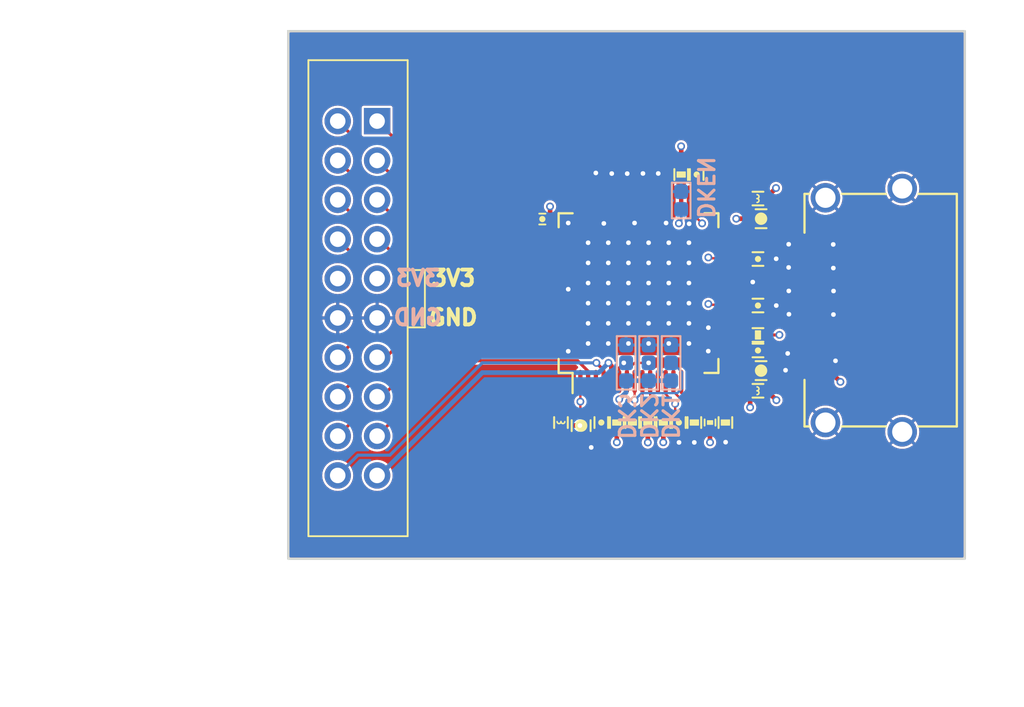
<source format=kicad_pcb>
(kicad_pcb (version 20221018) (generator pcbnew)
  (title_block (title "iCEBreaker PMOD - 12bit DVI") (rev "V1.1a") (company "1BitSquared") (comment 1 "(C) 2018-2021 Piotr Esden-Tempski <piotr@esden.net>") (comment 2 "(C) 2018-2021 1BitSquared <info@1bitsquared.com>") (comment 3 "License: CC-BY-SA V4.0"))
  (layers (0 "F.Cu" signal) (1 "In1.Cu" signal) (2 "In2.Cu" signal) (31 "B.Cu" signal) (34 "B.Paste" user) (35 "F.Paste" user) (36 "B.SilkS" user "B.Silkscreen") (37 "F.SilkS" user "F.Silkscreen") (38 "B.Mask" user) (39 "F.Mask" user) (44 "Edge.Cuts" user))
  (net 0 "")
  (net 1 "GND")
  (net 2 "+3V3")
  (net 3 "/DE")
  (net 4 "/VREF")
  (net 5 "/HS")
  (net 6 "/VS")
  (net 7 "/EDGE-HTPLG")
  (net 8 "/~{PD}")
  (net 9 "/ISEL-~{RST}")
  (net 10 "/DSEL-SDA")
  (net 11 "/BSEL-SCL")
  (net 12 "/CK-")
  (net 13 "/CK+")
  (net 14 "/TVDD")
  (net 15 "/D0-")
  (net 16 "/D0+")
  (net 17 "/D1-")
  (net 18 "/D1+")
  (net 19 "/D2-")
  (net 20 "/D2+")
  (net 21 "/DKEN")
  (net 22 "/CLK")
  (net 23 "/TFADJ")
  (net 25 "/B0")
  (net 26 "/B1")
  (net 27 "/B2")
  (net 28 "/B3")
  (net 29 "/G0")
  (net 30 "/G1")
  (net 31 "/G2")
  (net 32 "/G3")
  (net 33 "/R0")
  (net 34 "/R1")
  (net 35 "/R2")
  (net 36 "/R3")
  (net 37 "/VCC")
  (net 38 "/PVCC")
  (net 39 "/DK3")
  (net 40 "/DK2")
  (net 41 "/DK1")
  (footprint "pkl_housings_qfp:TQFP-64-1EP_10x10mm_P0.5mm_EP5x5mm" (layer "F.Cu") (at 53.849876 38.559735 90)
    (fp_text reference "U2")
    (fp_text value "SII164")
  )
  (footprint "pkl_dipol:R_0402" (layer "F.Cu") (at 54.449876 46.909735 90)
    (fp_text reference "R4")
    (fp_text value "10k")
  )
  (footprint "pkl_dipol:R_0402" (layer "F.Cu") (at 56.599876 30.909735 -90)
    (fp_text reference "R3")
    (fp_text value "10k")
  )
  (footprint "pkl_dipol:R_0402" (layer "F.Cu") (at 55.449876 46.909735 90)
    (fp_text reference "R2")
    (fp_text value "10k")
  )
  (footprint "pkl_dipol:R_0402" (layer "F.Cu") (at 59.449876 46.909735 -90)
    (fp_text reference "R1")
    (fp_text value "10k")
  )
  (footprint "pkl_dipol:R_0402" (layer "F.Cu") (at 52.449876 46.909735 90)
    (fp_text reference "R5")
    (fp_text value "33k")
  )
  (footprint "pkl_dipol:R_0402" (layer "F.Cu") (at 53.449876 46.909735 -90)
    (fp_text reference "R6")
    (fp_text value "DNP")
  )
  (footprint "pkl_dipol:R_0402" (layer "F.Cu") (at 57.449876 46.909735 -90)
    (fp_text reference "R7")
    (fp_text value "10k")
  )
  (footprint "pkl_dipol:R_0402" (layer "F.Cu") (at 61.549876 41.259735 180)
    (fp_text reference "R9")
    (fp_text value "510E")
  )
  (footprint "pkl_dipol:L_0402" (layer "F.Cu") (at 61.549876 44.859735 180)
    (fp_text reference "L2")
    (fp_text value "600")
  )
  (footprint "pkl_dipol:L_0402" (layer "F.Cu") (at 48.849876 46.909735 90)
    (fp_text reference "L1")
    (fp_text value "600")
  )
  (footprint "pkl_dipol:L_0402" (layer "F.Cu") (at 61.549876 32.459735 180)
    (fp_text reference "L3")
    (fp_text value "600")
  )
  (footprint "pkl_dipol:C_0603" (layer "F.Cu") (at 61.749876 43.559735)
    (fp_text reference "C15")
    (fp_text value "10u")
  )
  (footprint "pkl_dipol:C_0603" (layer "F.Cu") (at 61.749876 33.759735)
    (fp_text reference "C16")
    (fp_text value "10u")
  )
  (footprint "pkl_dipol:C_0603" (layer "F.Cu") (at 50.149876 47.109735 -90)
    (fp_text reference "C14")
    (fp_text value "10u")
  )
  (footprint "pkl_dipol:C_0402" (layer "F.Cu") (at 56.449876 46.909735 -90)
    (fp_text reference "C5")
    (fp_text value "100n")
  )
  (footprint "pkl_dipol:C_0402" (layer "F.Cu") (at 61.549876 36.359735)
    (fp_text reference "C10")
    (fp_text value "100n")
  )
  (footprint "pkl_dipol:C_0402" (layer "F.Cu") (at 61.549876 42.259735)
    (fp_text reference "C9")
    (fp_text value "100n")
  )
  (footprint "pkl_dipol:C_0402" (layer "F.Cu") (at 51.449876 46.909735 -90)
    (fp_text reference "C8")
    (fp_text value "100n")
  )
  (footprint "pkl_dipol:C_0402" (layer "F.Cu") (at 61.549876 39.359735)
    (fp_text reference "C7")
    (fp_text value "100n")
  )
  (footprint "pkl_dipol:C_0402" (layer "F.Cu") (at 57.599876 30.909735 90)
    (fp_text reference "C6")
    (fp_text value "100n")
  )
  (footprint "pkl_connectors:HDMI-10029449-111RLF" (layer "F.Cu") (at 65.849876 39.659735 90)
    (fp_text reference "J6")
    (fp_text value "HDMI_A_1.4" hide)
  )
  (footprint "custom:PinSocket_2.54mm_Nose" (layer "F.Cu") (at 35.747 38.862)
    (fp_text reference "J1" hide)
    (fp_text value "Conn_02x10_Odd_Even" hide)
  )
  (footprint "pkl_dipol:R_0402" (layer "F.Cu") (at 58.460064 46.90829 90)
    (fp_text reference "R10")
    (fp_text value "10k")
  )
  (footprint "pkl_dipol:C_0402" (layer "F.Cu") (at 47.649256 33.782 180)
    (fp_text reference "C11")
    (fp_text value "100n")
  )
  (footprint "pkl_jumpers:J_0903" (layer "B.Cu") (at 53.049876 43.059735 90)
    (fp_text reference "J7")
    (fp_text value "sj")
  )
  (footprint "pkl_jumpers:J_0903" (layer "B.Cu") (at 54.499876 43.059735 90)
    (fp_text reference "J8")
    (fp_text value "sj")
  )
  (footprint "pkl_jumpers:J_0903" (layer "B.Cu") (at 55.949876 43.059735 90)
    (fp_text reference "J9")
    (fp_text value "sj")
  )
  (footprint "pkl_jumpers:J_0603" (layer "B.Cu") (at 56.599876 32.584735 90)
    (fp_text reference "J10")
    (fp_text value "sj")
  )
  (gr_rect (start 31.27 21.658) (end 74.886729 55.694) (stroke (width 0.15)) (fill none) (layer "Edge.Cuts"))
  (gr_text "GND" (at 39.624 40.132) (layer "B.SilkS") (effects (font (size 1 1) (thickness 0.25)) (justify mirror)))
  (gr_text "3V3" (at 39.624 37.592) (layer "B.SilkS") (effects (font (size 1 1) (thickness 0.25)) (justify mirror)))
  (gr_text "DKEN" (at 58.166 31.75 270) (layer "B.SilkS") (effects (font (size 1 1) (thickness 0.2)) (justify mirror)))
  (gr_text "DK1" (at 55.88 46.482 270) (layer "B.SilkS") (effects (font (size 1 1) (thickness 0.2)) (justify mirror)))
  (gr_text "DK2" (at 54.498432 46.482 270) (layer "B.SilkS") (effects (font (size 1 1) (thickness 0.2)) (justify mirror)))
  (gr_text "DK3" (at 53.063643 46.498304 270) (layer "B.SilkS") (effects (font (size 1 1) (thickness 0.2)) (justify mirror)))
  (gr_text "GND" (at 41.91 40.132) (layer "F.SilkS") (effects (font (size 1 1) (thickness 0.25))))
  (gr_text "3V3" (at 41.91 37.592) (layer "F.SilkS") (effects (font (size 1 1) (thickness 0.25))))
  (segment (start 64.899876 38.409735) (end 63.545813 38.409735) (width 0.3) (layer "F.Cu") (net 1))
  (segment (start 62.727735 39.359735) (end 62.729784 39.361784) (width 0.2) (layer "F.Cu") (net 1))
  (segment (start 62.049876 39.359735) (end 62.727735 39.359735) (width 0.2) (layer "F.Cu") (net 1))
  (segment (start 58.372186 40.809735) (end 58.351518 40.789067) (width 0.3) (layer "F.Cu") (net 1))
  (segment (start 53.099876 30.871401) (end 53.120759 30.850518) (width 0.3) (layer "F.Cu") (net 1))
  (segment (start 66.374937 36.909735) (end 66.408827 36.943625) (width 0.3) (layer "F.Cu") (net 1))
  (segment (start 64.899876 36.909735) (end 66.374937 36.909735) (width 0.3) (layer "F.Cu") (net 1))
  (segment (start 51.099876 30.810119) (end 51.099876 32.859735) (width 0.3) (layer "F.Cu") (net 1))
  (segment (start 64.899876 35.409735) (end 63.533044 35.409735) (width 0.3) (layer "F.Cu") (net 1))
  (segment (start 49.3175 38.309735) (end 48.149876 38.309735) (width 0.3) (layer "F.Cu") (net 1))
  (segment (start 64.899876 39.909735) (end 63.5594 39.909735) (width 0.3) (layer "F.Cu") (net 1))
  (segment (start 66.383045 39.909735) (end 66.415206 39.941896) (width 0.3) (layer "F.Cu") (net 1))
  (segment (start 64.899876 42.909735) (end 66.531735 42.909735) (width 0.3) (layer "F.Cu") (net 1))
  (segment (start 56.449876 48.1817) (end 56.460066 48.19189) (width 0.3) (layer "F.Cu") (net 1))
  (segment (start 49.3175 34.036) (end 49.3175 33.642111) (width 0.3) (layer "F.Cu") (net 1))
  (segment (start 51.599876 32.859735) (end 51.599876 34.050184) (width 0.3) (layer "F.Cu") (net 1))
  (segment (start 64.899876 36.909735) (end 63.533908 36.909735) (width 0.3) (layer "F.Cu") (net 1))
  (segment (start 59.449876 47.409735) (end 59.449876 48.161097) (width 0.3) (layer "F.Cu") (net 1))
  (segment (start 66.393211 35.409735) (end 66.402448 35.418972) (width 0.3) (layer "F.Cu") (net 1))
  (segment (start 63.46647 42.45153) (end 63.924675 42.909735) (width 0.3) (layer "F.Cu") (net 1))
  (segment (start 49.3175 33.642111) (end 50.099876 32.859735) (width 0.3) (layer "F.Cu") (net 1))
  (segment (start 56.099876 33.562124) (end 55.626 34.036) (width 0.3) (layer "F.Cu") (net 1))
  (segment (start 61.177735 37.809735) (end 61.214 37.846) (width 0.3) (layer "F.Cu") (net 1))
  (segment (start 64.899876 38.409735) (end 66.407698 38.409735) (width 0.3) (layer "F.Cu") (net 1))
  (segment (start 55.099876 32.859735) (end 55.099876 30.861743) (width 0.3) (layer "F.Cu") (net 1))
  (segment (start 56.099876 32.859735) (end 56.099876 33.562124) (width 0.3) (layer "F.Cu") (net 1))
  (segment (start 59.549876 40.809735) (end 58.372186 40.809735) (width 0.3) (layer "F.Cu") (net 1))
  (segment (start 63.302074 43.559735) (end 62.499876 43.559735) (width 0.3) (layer "F.Cu") (net 1))
  (segment (start 59.549876 37.809735) (end 61.177735 37.809735) (width 0.3) (layer "F.Cu") (net 1))
  (segment (start 63.545813 38.409735) (end 63.537103 38.418445) (width 0.3) (layer "F.Cu") (net 1))
  (segment (start 64.899876 35.409735) (end 66.393211 35.409735) (width 0.3) (layer "F.Cu") (net 1))
  (segment (start 53.099876 32.859735) (end 53.099876 30.871401) (width 0.3) (layer "F.Cu") (net 1))
  (segment (start 66.531735 42.909735) (end 66.548 42.926) (width 0.3) (layer "F.Cu") (net 1))
  (segment (start 54.099876 32.859735) (end 54.099876 30.876141) (width 0.3) (layer "F.Cu") (net 1))
  (segment (start 52.099876 30.869332) (end 52.123052 30.846156) (width 0.3) (layer "F.Cu") (net 1))
  (segment (start 50.149876 47.863876) (end 50.8 48.514) (width 0.3) (layer "F.Cu") (net 1))
  (segment (start 57.099876 32.859735) (end 57.099876 34.070934) (width 0.3) (layer "F.Cu") (net 1))
  (segment (start 58.353912 42.309735) (end 58.345139 42.300962) (width 0.3) (layer "F.Cu") (net 1))
  (segment (start 51.599876 34.050184) (end 51.613553 34.063861) (width 0.3) (layer "F.Cu") (net 1))
  (segment (start 55.099876 30.861743) (end 55.12067 30.840949) (width 0.3) (layer "F.Cu") (net 1))
  (segment (start 57.099876 34.070934) (end 57.114313 34.085371) (width 0.3) (layer "F.Cu") (net 1))
  (segment (start 66.407698 38.409735) (end 66.421586 38.423623) (width 0.3) (layer "F.Cu") (net 1))
  (segment (start 63.924675 42.909735) (end 64.899876 42.909735) (width 0.3) (layer "F.Cu") (net 1))
  (segment (start 51.097473 30.807716) (end 51.099876 30.810119) (width 0.3) (layer "F.Cu") (net 1))
  (segment (start 56.449876 47.409735) (end 56.449876 48.1817) (width 0.3) (layer "F.Cu") (net 1))
  (segment (start 50.149876 47.859735) (end 50.149876 47.863876) (width 0.3) (layer "F.Cu") (net 1))
  (segment (start 62.70964 36.359735) (end 62.724855 36.34452) (width 0.3) (layer "F.Cu") (net 1))
  (segment (start 53.599876 34.030124) (end 53.594 34.036) (width 0.3) (layer "F.Cu") (net 1))
  (segment (start 64.899876 39.909735) (end 66.383045 39.909735) (width 0.3) (layer "F.Cu") (net 1))
  (segment (start 63.533044 35.409735) (end 63.530724 35.407415) (width 0.3) (layer "F.Cu") (net 1))
  (segment (start 57.449876 47.409735) (end 57.449876 48.187671) (width 0.3) (layer "F.Cu") (net 1))
  (segment (start 52.099876 32.859735) (end 52.099876 30.869332) (width 0.3) (layer "F.Cu") (net 1))
  (segment (start 54.099876 30.876141) (end 54.135068 30.840949) (width 0.3) (layer "F.Cu") (net 1))
  (segment (start 63.5594 39.909735) (end 63.54648 39.922655) (width 0.3) (layer "F.Cu") (net 1))
  (segment (start 63.533908 36.909735) (end 63.527415 36.903242) (width 0.3) (layer "F.Cu") (net 1))
  (segment (start 49.3175 42.309735) (end 48.149876 42.309735) (width 0.3) (layer "F.Cu") (net 1))
  (segment (start 62.049876 36.359735) (end 62.70964 36.359735) (width 0.3) (layer "F.Cu") (net 1))
  (segment (start 63.327758 43.534051) (end 63.302074 43.559735) (width 0.3) (layer "F.Cu") (net 1))
  (segment (start 59.449876 48.161097) (end 59.464588 48.175809) (width 0.3) (layer "F.Cu") (net 1))
  (segment (start 59.549876 42.309735) (end 58.353912 42.309735) (width 0.3) (layer "F.Cu") (net 1))
  (segment (start 57.449876 48.187671) (end 57.445657 48.19189) (width 0.3) (layer "F.Cu") (net 1))
  (segment (start 53.599876 32.859735) (end 53.599876 34.030124) (width 0.3) (layer "F.Cu") (net 1))
  (via (at 55.626 34.036) (size 0.5) (drill 0.3) (layers "F.Cu" "B.Cu") (net 1))
  (via (at 66.402448 35.418972) (size 0.5) (drill 0.3) (layers "F.Cu" "B.Cu") (net 1))
  (via (at 49.3175 34.036) (size 0.5) (drill 0.3) (layers "F.Cu" "B.Cu") (net 1))
  (via (at 58.351518 40.789067) (size 0.5) (drill 0.3) (layers "F.Cu" "B.Cu") (net 1))
  (via (at 66.421586 38.423623) (size 0.5) (drill 0.3) (layers "F.Cu" "B.Cu") (net 1))
  (via (at 50.8 48.514) (size 0.5) (drill 0.3) (layers "F.Cu" "B.Cu") (net 1))
  (via (at 62.729784 39.361784) (size 0.5) (drill 0.3) (layers "F.Cu" "B.Cu") (net 1))
  (via (at 61.214 37.846) (size 0.5) (drill 0.3) (layers "F.Cu" "B.Cu") (net 1))
  (via (at 56.460066 48.19189) (size 0.5) (drill 0.3) (layers "F.Cu" "B.Cu") (net 1))
  (via (at 53.594 34.036) (size 0.5) (drill 0.3) (layers "F.Cu" "B.Cu") (net 1))
  (via (at 49.3175 42.309735) (size 0.5) (drill 0.3) (layers "F.Cu" "B.Cu") (net 1))
  (via (at 66.548 42.926) (size 0.5) (drill 0.3) (layers "F.Cu" "B.Cu") (net 1))
  (via (at 63.46647 42.45153) (size 0.5) (drill 0.3) (layers "F.Cu" "B.Cu") (net 1))
  (via (at 55.12067 30.840949) (size 0.5) (drill 0.3) (layers "F.Cu" "B.Cu") (net 1))
  (via (at 51.097473 30.807716) (size 0.5) (drill 0.3) (layers "F.Cu" "B.Cu") (net 1))
  (via (at 58.345139 42.300962) (size 0.5) (drill 0.3) (layers "F.Cu" "B.Cu") (net 1))
  (via (at 59.464588 48.175809) (size 0.5) (drill 0.3) (layers "F.Cu" "B.Cu") (net 1))
  (via (at 63.527415 36.903242) (size 0.5) (drill 0.3) (layers "F.Cu" "B.Cu") (net 1))
  (via (at 63.530724 35.407415) (size 0.5) (drill 0.3) (layers "F.Cu" "B.Cu") (net 1))
  (via (at 66.408827 36.943625) (size 0.5) (drill 0.3) (layers "F.Cu" "B.Cu") (net 1))
  (via (at 57.114313 34.085371) (size 0.5) (drill 0.3) (layers "F.Cu" "B.Cu") (net 1))
  (via (at 52.123052 30.846156) (size 0.5) (drill 0.3) (layers "F.Cu" "B.Cu") (net 1))
  (via (at 54.135068 30.840949) (size 0.5) (drill 0.3) (layers "F.Cu" "B.Cu") (net 1))
  (via (at 62.724855 36.34452) (size 0.5) (drill 0.3) (layers "F.Cu" "B.Cu") (net 1))
  (via (at 57.445657 48.19189) (size 0.5) (drill 0.3) (layers "F.Cu" "B.Cu") (net 1))
  (via (at 63.327758 43.534051) (size 0.5) (drill 0.3) (layers "F.Cu" "B.Cu") (net 1))
  (via (at 49.3175 38.309735) (size 0.5) (drill 0.3) (layers "F.Cu" "B.Cu") (net 1))
  (via (at 63.54648 39.922655) (size 0.5) (drill 0.3) (layers "F.Cu" "B.Cu") (net 1))
  (via (at 66.415206 39.941896) (size 0.5) (drill 0.3) (layers "F.Cu" "B.Cu") (net 1))
  (via (at 53.120759 30.850518) (size 0.5) (drill 0.3) (layers "F.Cu" "B.Cu") (net 1))
  (via (at 63.537103 38.418445) (size 0.5) (drill 0.3) (layers "F.Cu" "B.Cu") (net 1))
  (via (at 51.613553 34.063861) (size 0.5) (drill 0.3) (layers "F.Cu" "B.Cu") (net 1))
  (segment (start 58.460475 48.187883) (end 58.454415 48.181823) (width 0.3) (layer "F.Cu") (net 2))
  (segment (start 52.449876 47.409735) (end 52.449876 48.184961) (width 0.3) (layer "F.Cu") (net 2))
  (segment (start 49.158435 47.101176) (end 50.069181 47.101176) (width 0.3) (layer "F.Cu") (net 2))
  (segment (start 62.131735 44.859735) (end 62.049876 44.859735) (width 0.3) (layer "F.Cu") (net 2))
  (segment (start 64.899876 43.409735) (end 65.990736 43.409735) (width 0.3) (layer "F.Cu") (net 2))
  (segment (start 54.449876 47.409735) (end 54.449876 48.196345) (width 0.3) (layer "F.Cu") (net 2))
  (segment (start 58.454415 48.181823) (end 58.454415 47.456761) (width 0.3) (layer "F.Cu") (net 2))
  (segment (start 55.449876 47.409735) (end 55.449876 48.181743) (width 0.3) (layer "F.Cu") (net 2))
  (segment (start 62.049876 32.459735) (end 62.049876 32.444117) (width 0.3) (layer "F.Cu") (net 2))
  (segment (start 55.449876 48.181743) (end 55.444612 48.187007) (width 0.3) (layer "F.Cu") (net 2))
  (segment (start 52.449876 48.184961) (end 52.451922 48.187007) (width 0.3) (layer "F.Cu") (net 2))
  (segment (start 62.049876 32.444117) (end 62.712616 31.781377) (width 0.3) (layer "F.Cu") (net 2))
  (segment (start 65.990736 43.409735) (end 66.8647 44.283699) (width 0.3) (layer "F.Cu") (net 2))
  (segment (start 62.049876 41.259735) (end 62.926092 41.259735) (width 0.2) (layer "F.Cu") (net 2))
  (segment (start 48.849876 47.409735) (end 49.158435 47.101176) (width 0.3) (layer "F.Cu") (net 2))
  (segment (start 56.599876 30.409735) (end 56.599876 29.090672) (width 0.3) (layer "F.Cu") (net 2))
  (segment (start 56.599876 29.090672) (end 56.596172 29.086968) (width 0.3) (layer "F.Cu") (net 2))
  (segment (start 54.449876 48.196345) (end 54.44926 48.196961) (width 0.3) (layer "F.Cu") (net 2))
  (segment (start 62.926092 41.259735) (end 62.930551 41.255276) (width 0.3) (layer "F.Cu") (net 2))
  (segment (start 62.738 45.466) (end 62.131735 44.859735) (width 0.3) (layer "F.Cu") (net 2))
  (via (at 52.451922 48.187007) (size 0.5) (drill 0.3) (layers "F.Cu" "B.Cu") (net 2))
  (via (at 66.8647 44.283699) (size 0.5) (drill 0.3) (layers "F.Cu" "B.Cu") (net 2))
  (via (at 58.460475 48.187883) (size 0.5) (drill 0.3) (layers "F.Cu" "B.Cu") (net 2))
  (via (at 50.069181 47.101176) (size 0.5) (drill 0.3) (layers "F.Cu" "B.Cu") (net 2))
  (via (at 55.444612 48.187007) (size 0.5) (drill 0.3) (layers "F.Cu" "B.Cu") (net 2))
  (via (at 62.712616 31.781377) (size 0.5) (drill 0.3) (layers "F.Cu" "B.Cu") (net 2))
  (via (at 62.738 45.466) (size 0.5) (drill 0.3) (layers "F.Cu" "B.Cu") (net 2))
  (via (at 52.605268 45.409209) (size 0.5) (drill 0.3) (layers "F.Cu" "B.Cu") (net 2))
  (via (at 54.44926 48.196961) (size 0.5) (drill 0.3) (layers "F.Cu" "B.Cu") (net 2))
  (via (at 62.930551 41.255276) (size 0.5) (drill 0.3) (layers "F.Cu" "B.Cu") (net 2))
  (via (at 56.596172 29.086968) (size 0.5) (drill 0.3) (layers "F.Cu" "B.Cu") (net 2))
  (segment (start 55.949876 44.209735) (end 54.549876 44.209735) (width 0.3) (layer "B.Cu") (net 2))
  (segment (start 53.049876 44.209735) (end 53.049876 44.964601) (width 0.3) (layer "B.Cu") (net 2))
  (segment (start 54.549876 44.209735) (end 53.099876 44.209735) (width 0.3) (layer "B.Cu") (net 2))
  (segment (start 53.049876 44.964601) (end 52.605268 45.409209) (width 0.3) (layer "B.Cu") (net 2))
  (segment (start 50.599876 43.598192) (end 50.599876 44.259735) (width 0.2) (layer "F.Cu") (net 3))
  (segment (start 41.853 42.926) (end 49.927684 42.926) (width 0.2) (layer "F.Cu") (net 3))
  (segment (start 36.997 47.782) (end 41.853 42.926) (width 0.2) (layer "F.Cu") (net 3))
  (segment (start 49.927684 42.926) (end 50.599876 43.598192) (width 0.2) (layer "F.Cu") (net 3))
  (segment (start 51.099876 44.259735) (end 51.099876 45.159735) (width 0.15) (layer "F.Cu") (net 4))
  (segment (start 52.449876 46.409735) (end 53.449876 46.409735) (width 0.15) (layer "F.Cu") (net 4))
  (segment (start 51.099876 45.159735) (end 52.349876 46.409735) (width 0.15) (layer "F.Cu") (net 4))
  (segment (start 51.599876 43.52748) (end 51.599876 44.259735) (width 0.2) (layer "F.Cu") (net 5))
  (segment (start 51.134273 43.061877) (end 51.599876 43.52748) (width 0.2) (layer "F.Cu") (net 5))
  (via (at 51.134273 43.061877) (size 0.5) (drill 0.3) (layers "F.Cu" "B.Cu") (net 5))
  (segment (start 35.764611 49.014389) (end 34.457 50.322) (width 0.2) (layer "B.Cu") (net 5))
  (segment (start 51.134273 43.061877) (end 51.131633 43.059237) (width 0.2) (layer "B.Cu") (net 5))
  (segment (start 51.131633 43.059237) (end 43.773869 43.059237) (width 0.2) (layer "B.Cu") (net 5))
  (segment (start 43.773869 43.059237) (end 37.818717 49.014389) (width 0.2) (layer "B.Cu") (net 5))
  (segment (start 37.818717 49.014389) (end 35.764611 49.014389) (width 0.2) (layer "B.Cu") (net 5))
  (segment (start 51.911384 43.061877) (end 52.099876 43.250369) (width 0.3) (layer "F.Cu") (net 6))
  (segment (start 52.099876 43.250369) (end 52.099876 44.259735) (width 0.3) (layer "F.Cu") (net 6))
  (via (at 51.911384 43.061877) (size 0.5) (drill 0.3) (layers "F.Cu" "B.Cu") (net 6))
  (segment (start 51.911384 43.061877) (end 51.285261 43.688) (width 0.3) (layer "B.Cu") (net 6))
  (segment (start 51.285261 43.688) (end 43.781502 43.688) (width 0.3) (layer "B.Cu") (net 6))
  (segment (start 43.781502 43.688) (end 37.147502 50.322) (width 0.3) (layer "B.Cu") (net 6))
  (segment (start 37.147502 50.322) (end 36.997 50.322) (width 0.3) (layer "B.Cu") (net 6))
  (segment (start 54.099876 44.259735) (end 54.099876 46.059735) (width 0.15) (layer "F.Cu") (net 7))
  (segment (start 54.099876 46.059735) (end 54.449876 46.409735) (width 0.15) (layer "F.Cu") (net 7))
  (segment (start 54.599876 44.259735) (end 54.599876 45.559735) (width 0.15) (layer "F.Cu") (net 8))
  (segment (start 54.599876 45.559735) (end 55.449876 46.409735) (width 0.15) (layer "F.Cu") (net 8))
  (segment (start 56.099876 44.909735) (end 57.449876 46.259735) (width 0.15) (layer "F.Cu") (net 9))
  (segment (start 56.599876 44.259735) (end 56.599876 44.985457) (width 0.15) (layer "F.Cu") (net 10))
  (segment (start 57.986509 45.934735) (end 58.460064 46.40829) (width 0.15) (layer "F.Cu") (net 10))
  (segment (start 57.549154 45.934735) (end 57.986509 45.934735) (width 0.15) (layer "F.Cu") (net 10))
  (segment (start 56.599876 44.985457) (end 57.549154 45.934735) (width 0.15) (layer "F.Cu") (net 10))
  (segment (start 58.674856 45.634715) (end 59.144419 46.104278) (width 0.15) (layer "F.Cu") (net 11))
  (segment (start 57.099876 45.009735) (end 57.724856 45.634715) (width 0.15) (layer "F.Cu") (net 11))
  (segment (start 57.724856 45.634715) (end 58.674856 45.634715) (width 0.15) (layer "F.Cu") (net 11))
  (segment (start 57.099876 44.259735) (end 57.099876 45.009735) (width 0.15) (layer "F.Cu") (net 11))
  (segment (start 59.144419 46.104278) (end 59.449876 46.409735) (width 0.15) (layer "F.Cu") (net 11))
  (segment (start 63.246884 40.309745) (end 63.346874 40.409735) (width 0.15) (layer "F.Cu") (net 12))
  (segment (start 59.549876 40.309735) (end 60.249876 40.309735) (width 0.15) (layer "F.Cu") (net 12))
  (segment (start 60.249886 40.309745) (end 63.246884 40.309745) (width 0.15) (layer "F.Cu") (net 12))
  (segment (start 60.249876 40.309735) (end 60.249886 40.309745) (width 0.15) (layer "F.Cu") (net 12))
  (segment (start 63.346874 40.409735) (end 63.849876 40.409735) (width 0.15) (layer "F.Cu") (net 12))
  (segment (start 63.849876 40.409735) (end 64.899876 40.409735) (width 0.15) (layer "F.Cu") (net 12))
  (segment (start 62.852878 39.909735) (end 63.352878 39.409735) (width 0.15) (layer "F.Cu") (net 13))
  (segment (start 63.849876 39.409735) (end 64.899876 39.409735) (width 0.15) (layer "F.Cu") (net 13))
  (segment (start 60.499876 39.909735) (end 62.852878 39.909735) (width 0.15) (layer "F.Cu") (net 13))
  (segment (start 63.352878 39.409735) (end 63.849876 39.409735) (width 0.15) (layer "F.Cu") (net 13))
  (segment (start 59.549876 39.809735) (end 60.399876 39.809735) (width 0.15) (layer "F.Cu") (net 13))
  (segment (start 60.399876 39.809735) (end 60.499876 39.909735) (width 0.15) (layer "F.Cu") (net 13))
  (segment (start 60.149876 33.759735) (end 60.999876 33.759735) (width 0.3) (layer "F.Cu") (net 14))
  (segment (start 58.399876 36.309735) (end 58.349876 36.259735) (width 0.15) (layer "F.Cu") (net 14))
  (segment (start 58.399876 39.309735) (end 58.349876 39.259735) (width 0.15) (layer "F.Cu") (net 14))
  (segment (start 61.049876 32.459735) (end 61.049876 33.709735) (width 0.15) (layer "F.Cu") (net 14))
  (segment (start 59.549876 36.309735) (end 60.999876 36.309735) (width 0.15) (layer "F.Cu") (net 14))
  (segment (start 59.549876 36.309735) (end 58.399876 36.309735) (width 0.15) (layer "F.Cu") (net 14))
  (segment (start 59.549876 39.309735) (end 58.399876 39.309735) (width 0.15) (layer "F.Cu") (net 14))
  (segment (start 59.549876 39.309735) (end 60.999876 39.309735) (width 0.15) (layer "F.Cu") (net 14))
  (via (at 58.349876 36.259735) (size 0.5) (drill 0.3) (layers "F.Cu" "B.Cu") (net 14))
  (via (at 58.349876 39.259735) (size 0.5) (drill 0.3) (layers "F.Cu" "B.Cu") (net 14))
  (via (at 60.149876 33.759735) (size 0.5) (drill 0.3) (layers "F.Cu" "B.Cu") (net 14))
  (segment (start 63.246874 38.809735) (end 63.346874 38.909735) (width 0.15) (layer "F.Cu") (net 15))
  (segment (start 63.849876 38.909735) (end 64.899876 38.909735) (width 0.15) (layer "F.Cu") (net 15))
  (segment (start 59.549876 38.809735) (end 63.246874 38.809735) (width 0.15) (layer "F.Cu") (net 15))
  (segment (start 63.346874 38.909735) (end 63.849876 38.909735) (width 0.15) (layer "F.Cu") (net 15))
  (segment (start 63.849876 37.909735) (end 64.899876 37.909735) (width 0.15) (layer "F.Cu") (net 16))
  (segment (start 59.549876 38.309735) (end 60.321641 38.309735) (width 0.15) (layer "F.Cu") (net 16))
  (segment (start 63.346874 37.909735) (end 63.849876 37.909735) (width 0.15) (layer "F.Cu") (net 16))
  (segment (start 62.846874 38.409735) (end 63.346874 37.909735) (width 0.15) (layer "F.Cu") (net 16))
  (segment (start 60.421641 38.409735) (end 62.846874 38.409735) (width 0.15) (layer "F.Cu") (net 16))
  (segment (start 60.321641 38.309735) (end 60.421641 38.409735) (width 0.15) (layer "F.Cu") (net 16))
  (segment (start 63.849876 37.409735) (end 64.899876 37.409735) (width 0.15) (layer "F.Cu") (net 17))
  (segment (start 63.221894 37.284755) (end 63.346874 37.409735) (width 0.15) (layer "F.Cu") (net 17))
  (segment (start 63.346874 37.409735) (end 63.849876 37.409735) (width 0.15) (layer "F.Cu") (net 17))
  (segment (start 60.199876 37.309735) (end 60.224856 37.284755) (width 0.15) (layer "F.Cu") (net 17))
  (segment (start 60.224856 37.284755) (end 63.221894 37.284755) (width 0.15) (layer "F.Cu") (net 17))
  (segment (start 60.396651 36.884745) (end 62.874866 36.884745) (width 0.15) (layer "F.Cu") (net 18))
  (segment (start 62.874866 36.884745) (end 63.349876 36.409735) (width 0.15) (layer "F.Cu") (net 18))
  (segment (start 59.549876 36.809735) (end 60.321641 36.809735) (width 0.15) (layer "F.Cu") (net 18))
  (segment (start 63.849876 36.409735) (end 64.899876 36.409735) (width 0.15) (layer "F.Cu") (net 18))
  (segment (start 60.321641 36.809735) (end 60.396651 36.884745) (width 0.15) (layer "F.Cu") (net 18))
  (segment (start 63.349876 36.409735) (end 63.849876 36.409735) (width 0.15) (layer "F.Cu") (net 18))
  (segment (start 63.246874 35.809735) (end 63.346874 35.909735) (width 0.15) (layer "F.Cu") (net 19))
  (segment (start 63.346874 35.909735) (end 63.849876 35.909735) (width 0.15) (layer "F.Cu") (net 19))
  (segment (start 63.849876 35.909735) (end 64.899876 35.909735) (width 0.15) (layer "F.Cu") (net 19))
  (segment (start 59.549876 35.809735) (end 63.246874 35.809735) (width 0.15) (layer "F.Cu") (net 19))
  (segment (start 60.421641 35.409735) (end 62.846874 35.409735) (width 0.15) (layer "F.Cu") (net 20))
  (segment (start 62.846874 35.409735) (end 63.346874 34.909735) (width 0.15) (layer "F.Cu") (net 20))
  (segment (start 63.849876 34.909735) (end 64.899876 34.909735) (width 0.15) (layer "F.Cu") (net 20))
  (segment (start 59.549876 35.309735) (end 60.321641 35.309735) (width 0.15) (layer "F.Cu") (net 20))
  (segment (start 63.346874 34.909735) (end 63.849876 34.909735) (width 0.15) (layer "F.Cu") (net 20))
  (segment (start 60.321641 35.309735) (end 60.421641 35.409735) (width 0.15) (layer "F.Cu") (net 20))
  (segment (start 56.599876 33.909735) (end 56.599876 32.859735) (width 0.15) (layer "F.Cu") (net 21))
  (segment (start 56.449876 34.059735) (end 56.599876 33.909735) (width 0.15) (layer "F.Cu") (net 21))
  (segment (start 56.599876 32.859735) (end 56.599876 31.409735) (width 0.15) (layer "F.Cu") (net 21))
  (via (at 56.449876 34.059735) (size 0.5) (drill 0.3) (layers "F.Cu" "B.Cu") (net 21))
  (segment (start 56.599876 33.159735) (end 56.599876 33.909735) (width 0.15) (layer "B.Cu") (net 21))
  (segment (start 56.599876 33.909735) (end 56.449876 34.059735) (width 0.15) (layer "B.Cu") (net 21))
  (segment (start 37.114 35.082) (end 40.841735 38.809735) (width 0.2) (layer "F.Cu") (net 22))
  (segment (start 40.841735 38.809735) (end 48.149876 38.809735) (width 0.2) (layer "F.Cu") (net 22))
  (segment (start 36.997 35.082) (end 37.114 35.082) (width 0.2) (layer "F.Cu") (net 22))
  (segment (start 59.549876 41.309735) (end 60.999876 41.309735) (width 0.15) (layer "F.Cu") (net 23))
  (segment (start 42.055611 41.809735) (end 37.233346 46.632) (width 0.2) (layer "F.Cu") (net 25))
  (segment (start 35.607 46.632) (end 34.457 47.782) (width 0.2) (layer "F.Cu") (net 25))
  (segment (start 48.149876 41.809735) (end 42.055611 41.809735) (width 0.2) (layer "F.Cu") (net 25))
  (segment (start 37.233346 46.632) (end 35.607 46.632) (width 0.2) (layer "F.Cu") (net 25))
  (segment (start 41.240265 41.309735) (end 48.149876 41.309735) (width 0.2) (layer "F.Cu") (net 26))
  (segment (start 37.308 45.242) (end 41.240265 41.309735) (width 0.2) (layer "F.Cu") (net 26))
  (segment (start 36.997 45.242) (end 37.308 45.242) (width 0.2) (layer "F.Cu") (net 26))
  (segment (start 34.457 45.242) (end 35.757 43.942) (width 0.2) (layer "F.Cu") (net 27))
  (segment (start 40.724265 40.809735) (end 48.149876 40.809735) (width 0.2) (layer "F.Cu") (net 27))
  (segment (start 35.757 43.942) (end 37.592 43.942) (width 0.2) (layer "F.Cu") (net 27))
  (segment (start 37.592 43.942) (end 40.724265 40.809735) (width 0.2) (layer "F.Cu") (net 27))
  (segment (start 37.562 42.702) (end 39.954265 40.309735) (width 0.2) (layer "F.Cu") (net 28))
  (segment (start 39.954265 40.309735) (end 48.149876 40.309735) (width 0.2) (layer "F.Cu") (net 28))
  (segment (start 36.997 42.702) (end 37.562 42.702) (width 0.2) (layer "F.Cu") (net 28))
  (segment (start 35.757 41.402) (end 37.846 41.402) (width 0.2) (layer "F.Cu") (net 29))
  (segment (start 39.438265 39.809735) (end 48.149876 39.809735) (width 0.2) (layer "F.Cu") (net 29))
  (segment (start 37.846 41.402) (end 39.438265 39.809735) (width 0.2) (layer "F.Cu") (net 29))
  (segment (start 34.457 42.702) (end 35.757 41.402) (width 0.2) (layer "F.Cu") (net 29))
  (segment (start 35.697 36.322) (end 34.457 35.082) (width 0.2) (layer "F.Cu") (net 30))
  (segment (start 40.579735 39.309735) (end 37.592 36.322) (width 0.2) (layer "F.Cu") (net 30))
  (segment (start 48.149876 39.309735) (end 40.579735 39.309735) (width 0.2) (layer "F.Cu") (net 30))
  (segment (start 37.592 36.322) (end 35.697 36.322) (width 0.2) (layer "F.Cu") (net 30))
  (segment (start 34.457 32.542) (end 35.847 33.932) (width 0.2) (layer "F.Cu") (net 31))
  (segment (start 37.750604 33.932) (end 41.628339 37.809735) (width 0.2) (layer "F.Cu") (net 31))
  (segment (start 41.628339 37.809735) (end 48.149876 37.809735) (width 0.2) (layer "F.Cu") (net 31))
  (segment (start 35.847 33.932) (end 37.750604 33.932) (width 0.2) (layer "F.Cu") (net 31))
  (segment (start 48.149876 37.309735) (end 41.764735 37.309735) (width 0.2) (layer "F.Cu") (net 32))
  (segment (start 41.764735 37.309735) (end 36.997 32.542) (width 0.2) (layer "F.Cu") (net 32))
  (segment (start 43.168339 36.809735) (end 48.149876 36.809735) (width 0.2) (layer "F.Cu") (net 33))
  (segment (start 34.457 30.002) (end 35.847 31.392) (width 0.2) (layer "F.Cu") (net 33))
  (segment (start 37.750604 31.392) (end 43.168339 36.809735) (width 0.2) (layer "F.Cu") (net 33))
  (segment (start 35.847 31.392) (end 37.750604 31.392) (width 0.2) (layer "F.Cu") (net 33))
  (segment (start 43.304735 36.309735) (end 36.997 30.002) (width 0.2) (layer "F.Cu") (net 34))
  (segment (start 48.149876 36.309735) (end 43.304735 36.309735) (width 0.2) (layer "F.Cu") (net 34))
  (segment (start 35.847 28.852) (end 37.750604 28.852) (width 0.2) (layer "F.Cu") (net 35))
  (segment (start 37.750604 28.852) (end 44.708339 35.809735) (width 0.2) (layer "F.Cu") (net 35))
  (segment (start 44.708339 35.809735) (end 48.149876 35.809735) (width 0.2) (layer "F.Cu") (net 35))
  (segment (start 34.457 27.462) (end 35.847 28.852) (width 0.2) (layer "F.Cu") (net 35))
  (segment (start 44.844735 35.309735) (end 36.997 27.462) (width 0.2) (layer "F.Cu") (net 36))
  (segment (start 48.149876 35.309735) (end 44.844735 35.309735) (width 0.2) (layer "F.Cu") (net 36))
  (segment (start 57.599876 32.859735) (end 57.599876 31.409735) (width 0.15) (layer "F.Cu") (net 37))
  (segment (start 48.849876 46.409735) (end 50.099876 46.409735) (width 0.15) (layer "F.Cu") (net 37))
  (segment (start 56.449876 46.409735) (end 56.213981 46.17384) (width 0.15) (layer "F.Cu") (net 37))
  (segment (start 56.213981 46.17384) (end 56.213981 45.69563) (width 0.15) (layer "F.Cu") (net 37))
  (segment (start 57.599876 33.709735) (end 57.949876 34.059735) (width 0.15) (layer "F.Cu") (net 37))
  (segment (start 57.599876 32.859735) (end 57.599876 33.709735) (width 0.15) (layer "F.Cu") (net 37))
  (segment (start 51.449876 46.409735) (end 50.199876 46.409735) (width 0.15) (layer "F.Cu") (net 37))
  (segment (start 50.099876 44.259735) (end 50.099876 45.559735) (width 0.15) (layer "F.Cu") (net 37))
  (segment (start 55.599876 45.081525) (end 56.213981 45.69563) (width 0.15) (layer "F.Cu") (net 37))
  (segment (start 55.599876 44.259735) (end 55.599876 45.081525) (width 0.15) (layer "F.Cu") (net 37))
  (segment (start 50.099876 45.559735) (end 50.099876 46.309735) (width 0.15) (layer "F.Cu") (net 37))
  (via (at 50.099876 45.559735) (size 0.5) (drill 0.3) (layers "F.Cu" "B.Cu") (net 37))
  (via (at 56.213981 45.69563) (size 0.5) (drill 0.3) (layers "F.Cu" "B.Cu") (net 37))
  (via (at 57.949876 34.059735) (size 0.5) (drill 0.3) (layers "F.Cu" "B.Cu") (net 37))
  (segment (start 61.049876 42.259735) (end 61.049876 43.509735) (width 0.15) (layer "F.Cu") (net 38))
  (segment (start 48.149256 33.782) (end 48.149256 32.974139) (width 0.3) (layer "F.Cu") (net 38))
  (segment (start 48.149876 33.759735) (end 48.149876 34.809735) (width 0.15) (layer "F.Cu") (net 38))
  (segment (start 48.149256 32.974139) (end 48.145349 32.970232) (width 0.3) (layer "F.Cu") (net 38))
  (segment (start 60.599876 41.809735) (end 61.049876 42.259735) (width 0.15) (layer "F.Cu") (net 38))
  (segment (start 59.549876 41.809735) (end 60.599876 41.809735) (width 0.15) (layer "F.Cu") (net 38))
  (segment (start 61.049876 44.859735) (end 61.049876 43.609735) (width 0.15) (layer "F.Cu") (net 38))
  (segment (start 61.044419 45.930497) (end 61.044419 44.865192) (width 0.3) (layer "F.Cu") (net 38))
  (via (at 61.044419 45.930497) (size 0.5) (drill 0.3) (layers "F.Cu" "B.Cu") (net 38))
  (via (at 48.145349 32.970232) (size 0.5) (drill 0.3) (layers "F.Cu" "B.Cu") (net 38))
  (segment (start 52.899876 43.059735) (end 52.599876 43.359735) (width 0.15) (layer "F.Cu") (net 39))
  (segment (start 52.599876 43.359735) (end 52.599876 44.259735) (width 0.15) (layer "F.Cu") (net 39))
  (via (at 52.899876 43.059735) (size 0.5) (drill 0.3) (layers "F.Cu" "B.Cu") (net 39))
  (segment (start 53.099876 43.559735) (end 53.599876 43.059735) (width 0.15) (layer "F.Cu") (net 40))
  (segment (start 53.599876 43.059735) (end 54.499876 43.059735) (width 0.15) (layer "F.Cu") (net 40))
  (segment (start 53.099876 44.259735) (end 53.099876 43.559735) (width 0.15) (layer "F.Cu") (net 40))
  (via (at 54.499876 43.059735) (size 0.5) (drill 0.3) (layers "F.Cu" "B.Cu") (net 40))
  (segment (start 53.599876 44.259735) (end 53.599876 45.459735) (width 0.15) (layer "F.Cu") (net 41))
  (via (at 53.599876 45.459735) (size 0.5) (drill 0.3) (layers "F.Cu" "B.Cu") (net 41))
  (segment (start 56.349876 45.009735) (end 56.649876 44.709735) (width 0.15) (layer "B.Cu") (net 41))
  (segment (start 56.649876 43.659735) (end 56.049876 43.059735) (width 0.15) (layer "B.Cu") (net 41))
  (segment (start 54.049876 45.009735) (end 56.349876 45.009735) (width 0.15) (layer "B.Cu") (net 41))
  (segment (start 56.649876 44.709735) (end 56.649876 43.659735) (width 0.15) (layer "B.Cu") (net 41))
  (segment (start 53.599876 45.459735) (end 54.049876 45.009735) (width 0.15) (layer "B.Cu") (net 41))
  (zone (net 1) (net_name "GND") (layer "F.Cu") (connect_pads (clearance 0.15)) (min_thickness 0.15) (fill yes (thermal_gap 0.15) (thermal_bridge_width 0.2) (smoothing fillet))
    (polygon (pts (xy 74.93 55.626) (xy 74.93 21.59) (xy 31.242 21.59) (xy 31.242 55.626)))
  )
  (zone (net 0) (net_name "") (layer "F.Cu") (connect_pads (clearance 0)) (min_thickness 0.254)
    (keepout (tracks allowed) (vias allowed) (pads allowed) (copperpour not_allowed) (footprints allowed))
    (fill (thermal_gap 0.508) (thermal_bridge_width 0.508))
    (polygon (pts (xy 48.736 38.63) (xy 41.148 38.63) (xy 41.148 37.846) (xy 48.736 37.846)))
  )
  (zone (net 0) (net_name "") (layer "F.Cu") (connect_pads (clearance 0)) (min_thickness 0.254)
    (keepout (tracks allowed) (vias allowed) (pads allowed) (copperpour not_allowed) (footprints allowed))
    (fill (thermal_gap 0.508) (thermal_bridge_width 0.508))
    (polygon (pts (xy 48.768 42.926) (xy 41.606 42.926) (xy 41.606 41.888) (xy 48.768 41.91)))
  )
  (zone (net 1) (net_name "GND") (layer "B.Cu") (priority 3) (connect_pads (clearance 0.15)) (min_thickness 0.15) (fill yes (thermal_gap 0.15) (thermal_bridge_width 0.2) (smoothing fillet))
    (polygon (pts (xy 74.93 21.59) (xy 74.93 55.626) (xy 31.242 55.626) (xy 31.242 21.59)))
  )
)
</source>
